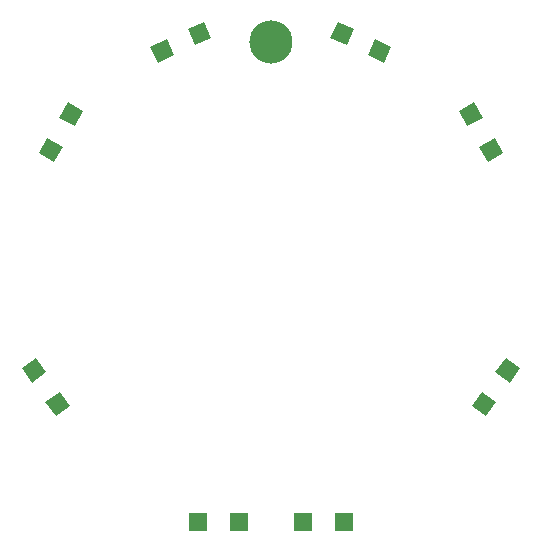
<source format=gbr>
G04 EAGLE Gerber RS-274X export*
G75*
%MOMM*%
%FSLAX34Y34*%
%LPD*%
%INSoldermask Top*%
%IPPOS*%
%AMOC8*
5,1,8,0,0,1.08239X$1,22.5*%
G01*
%ADD10C,3.657600*%
%ADD11R,1.500000X1.500000*%
%ADD12R,1.500000X1.500000*%


D10*
X0Y203200D03*
D11*
G36*
X-190907Y-101394D02*
X-178621Y-92790D01*
X-170017Y-105076D01*
X-182303Y-113680D01*
X-190907Y-101394D01*
G37*
G36*
X-210983Y-72724D02*
X-198697Y-64120D01*
X-190093Y-76406D01*
X-202379Y-85010D01*
X-210983Y-72724D01*
G37*
D12*
X-26950Y-203200D03*
X-61950Y-203200D03*
X61950Y-203200D03*
X26950Y-203200D03*
D11*
G36*
X202379Y-85010D02*
X190093Y-76406D01*
X198697Y-64120D01*
X210983Y-72724D01*
X202379Y-85010D01*
G37*
G36*
X182303Y-113680D02*
X170017Y-105076D01*
X178621Y-92790D01*
X190907Y-101394D01*
X182303Y-113680D01*
G37*
G36*
X179295Y139410D02*
X166305Y131910D01*
X158805Y144900D01*
X171795Y152400D01*
X179295Y139410D01*
G37*
G36*
X196795Y109100D02*
X183805Y101600D01*
X176305Y114590D01*
X189295Y122090D01*
X196795Y109100D01*
G37*
G36*
X70306Y214223D02*
X63967Y200630D01*
X50374Y206969D01*
X56713Y220562D01*
X70306Y214223D01*
G37*
G36*
X102026Y199431D02*
X95687Y185838D01*
X82094Y192177D01*
X88433Y205770D01*
X102026Y199431D01*
G37*
G36*
X-88433Y205770D02*
X-82094Y192177D01*
X-95687Y185838D01*
X-102026Y199431D01*
X-88433Y205770D01*
G37*
G36*
X-56713Y220562D02*
X-50374Y206969D01*
X-63967Y200630D01*
X-70306Y214223D01*
X-56713Y220562D01*
G37*
G36*
X-189295Y122090D02*
X-176305Y114590D01*
X-183805Y101600D01*
X-196795Y109100D01*
X-189295Y122090D01*
G37*
G36*
X-171795Y152400D02*
X-158805Y144900D01*
X-166305Y131910D01*
X-179295Y139410D01*
X-171795Y152400D01*
G37*
M02*

</source>
